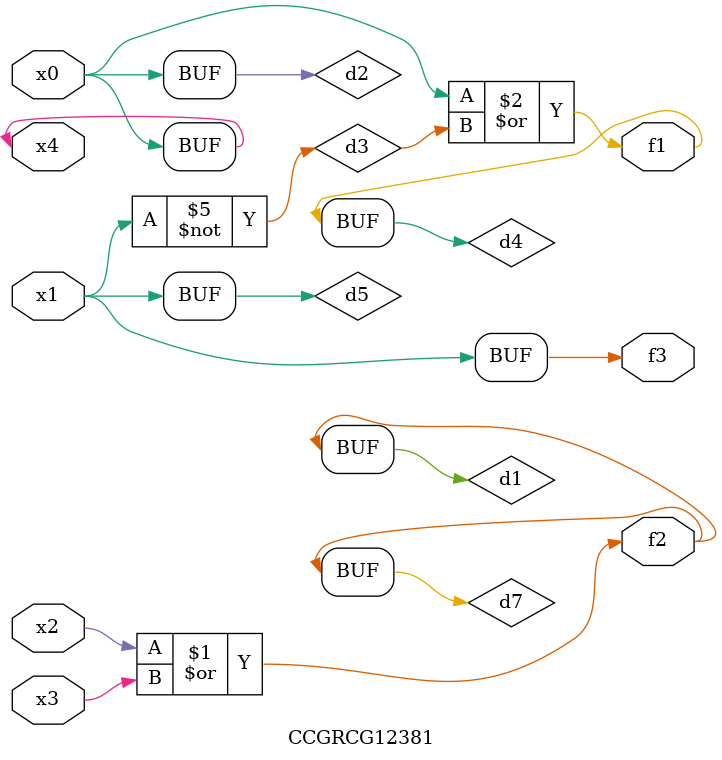
<source format=v>
module CCGRCG12381(
	input x0, x1, x2, x3, x4,
	output f1, f2, f3
);

	wire d1, d2, d3, d4, d5, d6, d7;

	or (d1, x2, x3);
	buf (d2, x0, x4);
	not (d3, x1);
	or (d4, d2, d3);
	not (d5, d3);
	nand (d6, d1, d3);
	or (d7, d1);
	assign f1 = d4;
	assign f2 = d7;
	assign f3 = d5;
endmodule

</source>
